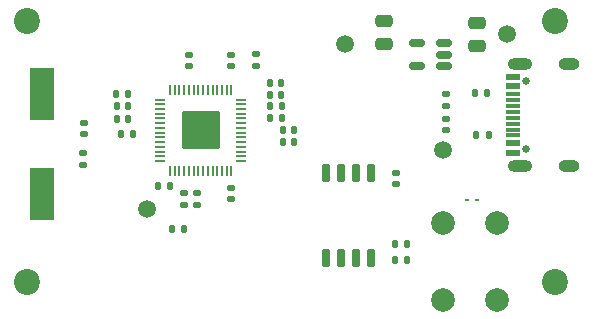
<source format=gbr>
%TF.GenerationSoftware,KiCad,Pcbnew,7.0.1*%
%TF.CreationDate,2023-04-17T02:54:27-04:00*%
%TF.ProjectId,DesktopSensorHub,4465736b-746f-4705-9365-6e736f724875,rev?*%
%TF.SameCoordinates,Original*%
%TF.FileFunction,Soldermask,Bot*%
%TF.FilePolarity,Negative*%
%FSLAX46Y46*%
G04 Gerber Fmt 4.6, Leading zero omitted, Abs format (unit mm)*
G04 Created by KiCad (PCBNEW 7.0.1) date 2023-04-17 02:54:27*
%MOMM*%
%LPD*%
G01*
G04 APERTURE LIST*
G04 Aperture macros list*
%AMRoundRect*
0 Rectangle with rounded corners*
0 $1 Rounding radius*
0 $2 $3 $4 $5 $6 $7 $8 $9 X,Y pos of 4 corners*
0 Add a 4 corners polygon primitive as box body*
4,1,4,$2,$3,$4,$5,$6,$7,$8,$9,$2,$3,0*
0 Add four circle primitives for the rounded corners*
1,1,$1+$1,$2,$3*
1,1,$1+$1,$4,$5*
1,1,$1+$1,$6,$7*
1,1,$1+$1,$8,$9*
0 Add four rect primitives between the rounded corners*
20,1,$1+$1,$2,$3,$4,$5,0*
20,1,$1+$1,$4,$5,$6,$7,0*
20,1,$1+$1,$6,$7,$8,$9,0*
20,1,$1+$1,$8,$9,$2,$3,0*%
G04 Aperture macros list end*
%ADD10C,2.200000*%
%ADD11RoundRect,0.250000X0.475000X-0.250000X0.475000X0.250000X-0.475000X0.250000X-0.475000X-0.250000X0*%
%ADD12RoundRect,0.140000X0.170000X-0.140000X0.170000X0.140000X-0.170000X0.140000X-0.170000X-0.140000X0*%
%ADD13RoundRect,0.140000X0.140000X0.170000X-0.140000X0.170000X-0.140000X-0.170000X0.140000X-0.170000X0*%
%ADD14R,2.000000X4.500000*%
%ADD15RoundRect,0.062500X0.117500X0.062500X-0.117500X0.062500X-0.117500X-0.062500X0.117500X-0.062500X0*%
%ADD16RoundRect,0.135000X-0.135000X-0.185000X0.135000X-0.185000X0.135000X0.185000X-0.135000X0.185000X0*%
%ADD17RoundRect,0.135000X0.135000X0.185000X-0.135000X0.185000X-0.135000X-0.185000X0.135000X-0.185000X0*%
%ADD18RoundRect,0.135000X0.185000X-0.135000X0.185000X0.135000X-0.185000X0.135000X-0.185000X-0.135000X0*%
%ADD19C,2.000000*%
%ADD20RoundRect,0.140000X-0.170000X0.140000X-0.170000X-0.140000X0.170000X-0.140000X0.170000X0.140000X0*%
%ADD21RoundRect,0.050000X0.050000X-0.387500X0.050000X0.387500X-0.050000X0.387500X-0.050000X-0.387500X0*%
%ADD22RoundRect,0.050000X0.387500X-0.050000X0.387500X0.050000X-0.387500X0.050000X-0.387500X-0.050000X0*%
%ADD23RoundRect,0.144000X1.456000X-1.456000X1.456000X1.456000X-1.456000X1.456000X-1.456000X-1.456000X0*%
%ADD24C,1.500000*%
%ADD25RoundRect,0.140000X-0.140000X-0.170000X0.140000X-0.170000X0.140000X0.170000X-0.140000X0.170000X0*%
%ADD26C,0.650000*%
%ADD27R,1.150000X0.600000*%
%ADD28R,1.150000X0.300000*%
%ADD29O,1.800000X1.000000*%
%ADD30O,2.100000X1.000000*%
%ADD31RoundRect,0.150000X0.150000X-0.650000X0.150000X0.650000X-0.150000X0.650000X-0.150000X-0.650000X0*%
%ADD32RoundRect,0.150000X0.512500X0.150000X-0.512500X0.150000X-0.512500X-0.150000X0.512500X-0.150000X0*%
G04 APERTURE END LIST*
D10*
%TO.C,REF\u002A\u002A*%
X98300000Y-88450000D03*
%TD*%
%TO.C,REF\u002A\u002A*%
X143000000Y-88450000D03*
%TD*%
%TO.C,REF\u002A\u002A*%
X143000000Y-66350000D03*
%TD*%
%TO.C,REF\u002A\u002A*%
X98300000Y-66350000D03*
%TD*%
D11*
%TO.C,C6*%
X136400000Y-68450000D03*
X136400000Y-66550000D03*
%TD*%
D12*
%TO.C,C19*%
X115600000Y-70200000D03*
X115600000Y-69240000D03*
%TD*%
D13*
%TO.C,C17*%
X110380000Y-80350000D03*
X109420000Y-80350000D03*
%TD*%
D14*
%TO.C,Y1*%
X99600000Y-81050000D03*
X99600000Y-72550000D03*
%TD*%
D15*
%TO.C,D1*%
X135530000Y-81500000D03*
X136370000Y-81500000D03*
%TD*%
D16*
%TO.C,R6*%
X105840000Y-72550000D03*
X106860000Y-72550000D03*
%TD*%
%TO.C,R7*%
X106240000Y-75900000D03*
X107260000Y-75900000D03*
%TD*%
D17*
%TO.C,R11*%
X137210000Y-72500000D03*
X136190000Y-72500000D03*
%TD*%
D12*
%TO.C,C9*%
X103050000Y-78530000D03*
X103050000Y-77570000D03*
%TD*%
D18*
%TO.C,R5*%
X111550000Y-81910000D03*
X111550000Y-80890000D03*
%TD*%
D19*
%TO.C,SW1*%
X138050000Y-89950000D03*
X138050000Y-83450000D03*
X133550000Y-89950000D03*
X133550000Y-83450000D03*
%TD*%
D20*
%TO.C,C8*%
X129500000Y-79190000D03*
X129500000Y-80150000D03*
%TD*%
D21*
%TO.C,U1*%
X115600000Y-79050000D03*
X115200000Y-79050000D03*
X114800000Y-79050000D03*
X114400000Y-79050000D03*
X114000000Y-79050000D03*
X113600000Y-79050000D03*
X113200000Y-79050000D03*
X112800000Y-79050000D03*
X112400000Y-79050000D03*
X112000000Y-79050000D03*
X111600000Y-79050000D03*
X111200000Y-79050000D03*
X110800000Y-79050000D03*
X110400000Y-79050000D03*
D22*
X109562500Y-78212500D03*
X109562500Y-77812500D03*
X109562500Y-77412500D03*
X109562500Y-77012500D03*
X109562500Y-76612500D03*
X109562500Y-76212500D03*
X109562500Y-75812500D03*
X109562500Y-75412500D03*
X109562500Y-75012500D03*
X109562500Y-74612500D03*
X109562500Y-74212500D03*
X109562500Y-73812500D03*
X109562500Y-73412500D03*
X109562500Y-73012500D03*
D21*
X110400000Y-72175000D03*
X110800000Y-72175000D03*
X111200000Y-72175000D03*
X111600000Y-72175000D03*
X112000000Y-72175000D03*
X112400000Y-72175000D03*
X112800000Y-72175000D03*
X113200000Y-72175000D03*
X113600000Y-72175000D03*
X114000000Y-72175000D03*
X114400000Y-72175000D03*
X114800000Y-72175000D03*
X115200000Y-72175000D03*
X115600000Y-72175000D03*
D22*
X116437500Y-73012500D03*
X116437500Y-73412500D03*
X116437500Y-73812500D03*
X116437500Y-74212500D03*
X116437500Y-74612500D03*
X116437500Y-75012500D03*
X116437500Y-75412500D03*
X116437500Y-75812500D03*
X116437500Y-76212500D03*
X116437500Y-76612500D03*
X116437500Y-77012500D03*
X116437500Y-77412500D03*
X116437500Y-77812500D03*
X116437500Y-78212500D03*
D23*
X113000000Y-75612500D03*
%TD*%
D16*
%TO.C,R1*%
X129440000Y-86600000D03*
X130460000Y-86600000D03*
%TD*%
D18*
%TO.C,R8*%
X112650000Y-81910000D03*
X112650000Y-80890000D03*
%TD*%
D24*
%TO.C,TP1*%
X125250000Y-68300000D03*
%TD*%
D17*
%TO.C,R12*%
X137365000Y-76050000D03*
X136345000Y-76050000D03*
%TD*%
D13*
%TO.C,C13*%
X106830000Y-73550000D03*
X105870000Y-73550000D03*
%TD*%
D24*
%TO.C,TP2*%
X133500000Y-77300000D03*
%TD*%
D17*
%TO.C,R2*%
X119860000Y-73600000D03*
X118840000Y-73600000D03*
%TD*%
D25*
%TO.C,C11*%
X118870000Y-72600000D03*
X119830000Y-72600000D03*
%TD*%
D12*
%TO.C,C1*%
X133800000Y-73530000D03*
X133800000Y-72570000D03*
%TD*%
D17*
%TO.C,R10*%
X130460000Y-85250000D03*
X129440000Y-85250000D03*
%TD*%
D26*
%TO.C,J1*%
X140495000Y-71410000D03*
X140495000Y-77190000D03*
D27*
X139420000Y-71100000D03*
X139420000Y-71900000D03*
D28*
X139420000Y-73050000D03*
X139420000Y-74050000D03*
X139420000Y-74550000D03*
X139420000Y-75550000D03*
D27*
X139420000Y-76700000D03*
X139420000Y-77500000D03*
X139420000Y-77500000D03*
X139420000Y-76700000D03*
D28*
X139420000Y-76050000D03*
X139420000Y-75050000D03*
X139420000Y-73550000D03*
X139420000Y-72550000D03*
D27*
X139420000Y-71900000D03*
X139420000Y-71100000D03*
D29*
X144175000Y-69980000D03*
D30*
X139995000Y-69980000D03*
D29*
X144175000Y-78620000D03*
D30*
X139995000Y-78620000D03*
%TD*%
D17*
%TO.C,R3*%
X119860000Y-74600000D03*
X118840000Y-74600000D03*
%TD*%
D12*
%TO.C,C20*%
X117700000Y-70150000D03*
X117700000Y-69190000D03*
%TD*%
D20*
%TO.C,C15*%
X115600000Y-80470000D03*
X115600000Y-81430000D03*
%TD*%
%TO.C,C2*%
X133800000Y-74620000D03*
X133800000Y-75580000D03*
%TD*%
D24*
%TO.C,TP3*%
X138950000Y-67450000D03*
%TD*%
D31*
%TO.C,U5*%
X127405000Y-86412500D03*
X126135000Y-86412500D03*
X124865000Y-86412500D03*
X123595000Y-86412500D03*
X123595000Y-79212500D03*
X124865000Y-79212500D03*
X126135000Y-79212500D03*
X127405000Y-79212500D03*
%TD*%
D25*
%TO.C,C12*%
X119970000Y-76612500D03*
X120930000Y-76612500D03*
%TD*%
D20*
%TO.C,C10*%
X103100000Y-74970000D03*
X103100000Y-75930000D03*
%TD*%
D25*
%TO.C,C14*%
X119970000Y-75612500D03*
X120930000Y-75612500D03*
%TD*%
D24*
%TO.C,TP4*%
X108450000Y-82300000D03*
%TD*%
D13*
%TO.C,C18*%
X106830000Y-74700000D03*
X105870000Y-74700000D03*
%TD*%
D32*
%TO.C,U3*%
X133587500Y-68250000D03*
X133587500Y-69200000D03*
X133587500Y-70150000D03*
X131312500Y-70150000D03*
X131312500Y-68250000D03*
%TD*%
D25*
%TO.C,C21*%
X118870000Y-71600000D03*
X119830000Y-71600000D03*
%TD*%
D12*
%TO.C,C16*%
X112000000Y-70180000D03*
X112000000Y-69220000D03*
%TD*%
D16*
%TO.C,R9*%
X110590000Y-84000000D03*
X111610000Y-84000000D03*
%TD*%
D11*
%TO.C,C7*%
X128500000Y-68300000D03*
X128500000Y-66400000D03*
%TD*%
M02*

</source>
